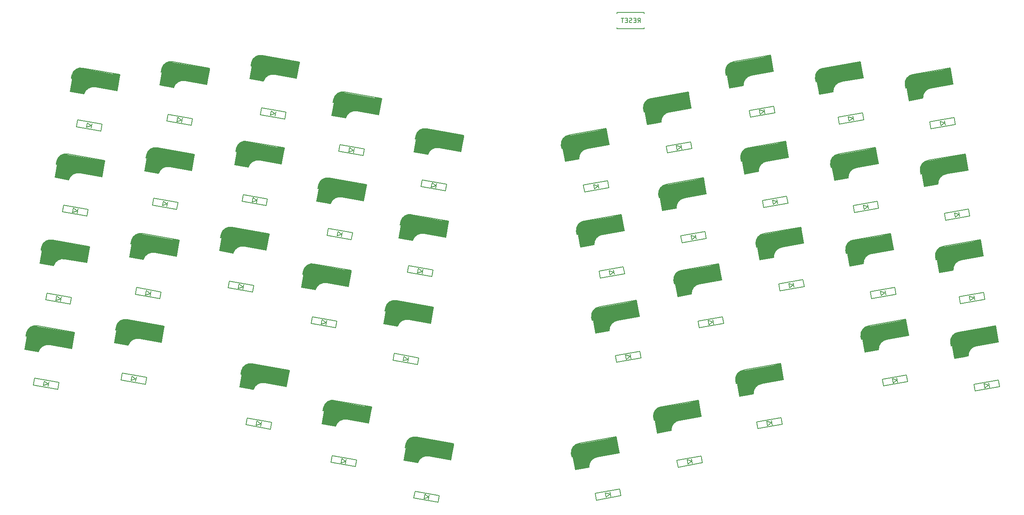
<source format=gbr>
%TF.GenerationSoftware,KiCad,Pcbnew,7.0.2-0*%
%TF.CreationDate,2023-08-23T20:42:08+09:00*%
%TF.ProjectId,rev1,72657631-2e6b-4696-9361-645f70636258,rev?*%
%TF.SameCoordinates,Original*%
%TF.FileFunction,Legend,Bot*%
%TF.FilePolarity,Positive*%
%FSLAX46Y46*%
G04 Gerber Fmt 4.6, Leading zero omitted, Abs format (unit mm)*
G04 Created by KiCad (PCBNEW 7.0.2-0) date 2023-08-23 20:42:08*
%MOMM*%
%LPD*%
G01*
G04 APERTURE LIST*
%ADD10C,0.150000*%
%ADD11C,0.300000*%
%ADD12C,0.500000*%
%ADD13C,0.800000*%
%ADD14C,3.000000*%
%ADD15C,3.500000*%
%ADD16C,1.000000*%
%ADD17C,0.400000*%
G04 APERTURE END LIST*
D10*
%TO.C,U1*%
%TO.C,SW41*%
X180979381Y-40862619D02*
X181312714Y-40386428D01*
X181550809Y-40862619D02*
X181550809Y-39862619D01*
X181550809Y-39862619D02*
X181169857Y-39862619D01*
X181169857Y-39862619D02*
X181074619Y-39910238D01*
X181074619Y-39910238D02*
X181027000Y-39957857D01*
X181027000Y-39957857D02*
X180979381Y-40053095D01*
X180979381Y-40053095D02*
X180979381Y-40195952D01*
X180979381Y-40195952D02*
X181027000Y-40291190D01*
X181027000Y-40291190D02*
X181074619Y-40338809D01*
X181074619Y-40338809D02*
X181169857Y-40386428D01*
X181169857Y-40386428D02*
X181550809Y-40386428D01*
X180550809Y-40338809D02*
X180217476Y-40338809D01*
X180074619Y-40862619D02*
X180550809Y-40862619D01*
X180550809Y-40862619D02*
X180550809Y-39862619D01*
X180550809Y-39862619D02*
X180074619Y-39862619D01*
X179693666Y-40815000D02*
X179550809Y-40862619D01*
X179550809Y-40862619D02*
X179312714Y-40862619D01*
X179312714Y-40862619D02*
X179217476Y-40815000D01*
X179217476Y-40815000D02*
X179169857Y-40767380D01*
X179169857Y-40767380D02*
X179122238Y-40672142D01*
X179122238Y-40672142D02*
X179122238Y-40576904D01*
X179122238Y-40576904D02*
X179169857Y-40481666D01*
X179169857Y-40481666D02*
X179217476Y-40434047D01*
X179217476Y-40434047D02*
X179312714Y-40386428D01*
X179312714Y-40386428D02*
X179503190Y-40338809D01*
X179503190Y-40338809D02*
X179598428Y-40291190D01*
X179598428Y-40291190D02*
X179646047Y-40243571D01*
X179646047Y-40243571D02*
X179693666Y-40148333D01*
X179693666Y-40148333D02*
X179693666Y-40053095D01*
X179693666Y-40053095D02*
X179646047Y-39957857D01*
X179646047Y-39957857D02*
X179598428Y-39910238D01*
X179598428Y-39910238D02*
X179503190Y-39862619D01*
X179503190Y-39862619D02*
X179265095Y-39862619D01*
X179265095Y-39862619D02*
X179122238Y-39910238D01*
X178693666Y-40338809D02*
X178360333Y-40338809D01*
X178217476Y-40862619D02*
X178693666Y-40862619D01*
X178693666Y-40862619D02*
X178693666Y-39862619D01*
X178693666Y-39862619D02*
X178217476Y-39862619D01*
X177931761Y-39862619D02*
X177360333Y-39862619D01*
X177646047Y-40862619D02*
X177646047Y-39862619D01*
%TO.C,SW35*%
X130359081Y-132848779D02*
X130228845Y-133587385D01*
X130228845Y-133587385D02*
X130425806Y-133622115D01*
D11*
X130344690Y-133506269D02*
X130457561Y-132866144D01*
D10*
X130752884Y-132055105D02*
X129980149Y-136437499D01*
X129980149Y-136437499D02*
X132964117Y-136963653D01*
D12*
X130211840Y-136275267D02*
X132624619Y-136700705D01*
D13*
X130411656Y-136005872D02*
X130724223Y-134233219D01*
D14*
X132132257Y-132755268D02*
X131743285Y-134961237D01*
D10*
X135480321Y-135478017D02*
X140207399Y-136311529D01*
D15*
X138747311Y-134226308D02*
X132149099Y-133062865D01*
D16*
X140235939Y-133270281D02*
X139801819Y-135732301D01*
D12*
X140053849Y-136030597D02*
X138782281Y-135755614D01*
D17*
X140650081Y-132937135D02*
X139419072Y-132720075D01*
D10*
X140361351Y-135323248D02*
X140752059Y-133107431D01*
X140832532Y-132766221D02*
X132757108Y-131342306D01*
X140207399Y-136311529D02*
X140832532Y-132766221D01*
X132757108Y-131342307D02*
G75*
G03*
X130359082Y-132848780I-445777J-1952249D01*
G01*
D16*
X135155858Y-135014636D02*
G75*
G03*
X132647008Y-136479765I-440830J-2125744D01*
G01*
D10*
X135480321Y-135478018D02*
G75*
G03*
X132971472Y-136943148I-440829J-2125744D01*
G01*
%TO.C,SW30*%
X245924988Y-91924928D02*
X246055224Y-92663534D01*
X246055224Y-92663534D02*
X246252186Y-92628804D01*
D11*
X246136340Y-92547688D02*
X246023469Y-91907563D01*
D10*
X246023589Y-91044429D02*
X246796323Y-95426824D01*
X246796323Y-95426824D02*
X249780291Y-94900670D01*
D12*
X246958555Y-95195132D02*
X249371334Y-94769694D01*
D13*
X247054182Y-94873643D02*
X246741615Y-93100990D01*
D14*
X247559246Y-91230593D02*
X247948218Y-93436563D01*
D10*
X251636632Y-92644036D02*
X256363710Y-91810525D01*
D15*
X254278489Y-90350438D02*
X247680277Y-91513880D01*
D16*
X255350361Y-88942926D02*
X255784482Y-91404945D01*
D12*
X256123336Y-91599052D02*
X254834403Y-91775555D01*
D17*
X255625585Y-88488226D02*
X254394575Y-88705286D01*
D10*
X256170365Y-90829190D02*
X255779657Y-88613373D01*
X255738576Y-88265217D02*
X247663152Y-89689132D01*
X256363710Y-91810525D02*
X255738576Y-88265217D01*
X247663152Y-89689132D02*
G75*
G03*
X245924988Y-91924929I248816J-1986980D01*
G01*
D16*
X251173250Y-92319572D02*
G75*
G03*
X249316806Y-94554422I312803J-2148319D01*
G01*
D10*
X251636632Y-92644036D02*
G75*
G03*
X249780188Y-94878886I312803J-2148319D01*
G01*
%TO.C,SW27*%
X188816288Y-97158728D02*
X188946524Y-97897334D01*
X188946524Y-97897334D02*
X189143486Y-97862604D01*
D11*
X189027640Y-97781488D02*
X188914769Y-97141363D01*
D10*
X188914889Y-96278229D02*
X189687623Y-100660624D01*
X189687623Y-100660624D02*
X192671591Y-100134470D01*
D12*
X189849855Y-100428932D02*
X192262634Y-100003494D01*
D13*
X189945482Y-100107443D02*
X189632915Y-98334790D01*
D14*
X190450546Y-96464393D02*
X190839518Y-98670363D01*
D10*
X194527932Y-97877836D02*
X199255010Y-97044325D01*
D15*
X197169789Y-95584238D02*
X190571577Y-96747680D01*
D16*
X198241661Y-94176726D02*
X198675782Y-96638745D01*
D12*
X199014636Y-96832852D02*
X197725703Y-97009355D01*
D17*
X198516885Y-93722026D02*
X197285875Y-93939086D01*
D10*
X199061665Y-96062990D02*
X198670957Y-93847173D01*
X198629876Y-93499017D02*
X190554452Y-94922932D01*
X199255010Y-97044325D02*
X198629876Y-93499017D01*
X190554452Y-94922932D02*
G75*
G03*
X188816288Y-97158729I248816J-1986980D01*
G01*
D16*
X194064550Y-97553372D02*
G75*
G03*
X192208106Y-99788222I312803J-2148319D01*
G01*
D10*
X194527932Y-97877836D02*
G75*
G03*
X192671488Y-100112686I312803J-2148319D01*
G01*
%TO.C,SW34*%
X112425481Y-124850579D02*
X112295245Y-125589185D01*
X112295245Y-125589185D02*
X112492206Y-125623915D01*
D11*
X112411090Y-125508069D02*
X112523961Y-124867944D01*
D10*
X112819284Y-124056905D02*
X112046549Y-128439299D01*
X112046549Y-128439299D02*
X115030517Y-128965453D01*
D12*
X112278240Y-128277067D02*
X114691019Y-128702505D01*
D13*
X112478056Y-128007672D02*
X112790623Y-126235019D01*
D14*
X114198657Y-124757068D02*
X113809685Y-126963037D01*
D10*
X117546721Y-127479817D02*
X122273799Y-128313329D01*
D15*
X120813711Y-126228108D02*
X114215499Y-125064665D01*
D16*
X122302339Y-125272081D02*
X121868219Y-127734101D01*
D12*
X122120249Y-128032397D02*
X120848681Y-127757414D01*
D17*
X122716481Y-124938935D02*
X121485472Y-124721875D01*
D10*
X122427751Y-127325048D02*
X122818459Y-125109231D01*
X122898932Y-124768021D02*
X114823508Y-123344106D01*
X122273799Y-128313329D02*
X122898932Y-124768021D01*
X114823508Y-123344107D02*
G75*
G03*
X112425482Y-124850580I-445777J-1952249D01*
G01*
D16*
X117222258Y-127016436D02*
G75*
G03*
X114713408Y-128481565I-440830J-2125744D01*
G01*
D10*
X117546721Y-127479818D02*
G75*
G03*
X115037872Y-128944948I-440829J-2125744D01*
G01*
%TO.C,SW19*%
X223029388Y-71782228D02*
X223159624Y-72520834D01*
X223159624Y-72520834D02*
X223356586Y-72486104D01*
D11*
X223240740Y-72404988D02*
X223127869Y-71764863D01*
D10*
X223127989Y-70901729D02*
X223900723Y-75284124D01*
X223900723Y-75284124D02*
X226884691Y-74757970D01*
D12*
X224062955Y-75052432D02*
X226475734Y-74626994D01*
D13*
X224158582Y-74730943D02*
X223846015Y-72958290D01*
D14*
X224663646Y-71087893D02*
X225052618Y-73293863D01*
D10*
X228741032Y-72501336D02*
X233468110Y-71667825D01*
D15*
X231382889Y-70207738D02*
X224784677Y-71371180D01*
D16*
X232454761Y-68800226D02*
X232888882Y-71262245D01*
D12*
X233227736Y-71456352D02*
X231938803Y-71632855D01*
D17*
X232729985Y-68345526D02*
X231498975Y-68562586D01*
D10*
X233274765Y-70686490D02*
X232884057Y-68470673D01*
X232842976Y-68122517D02*
X224767552Y-69546432D01*
X233468110Y-71667825D02*
X232842976Y-68122517D01*
X224767552Y-69546432D02*
G75*
G03*
X223029388Y-71782229I248816J-1986980D01*
G01*
D16*
X228277650Y-72176872D02*
G75*
G03*
X226421206Y-74411722I312803J-2148319D01*
G01*
D10*
X228741032Y-72501336D02*
G75*
G03*
X226884588Y-74736186I312803J-2148319D01*
G01*
%TO.C,SW36*%
X166464388Y-134951828D02*
X166594624Y-135690434D01*
X166594624Y-135690434D02*
X166791586Y-135655704D01*
D11*
X166675740Y-135574588D02*
X166562869Y-134934463D01*
D10*
X166562989Y-134071329D02*
X167335723Y-138453724D01*
X167335723Y-138453724D02*
X170319691Y-137927570D01*
D12*
X167497955Y-138222032D02*
X169910734Y-137796594D01*
D13*
X167593582Y-137900543D02*
X167281015Y-136127890D01*
D14*
X168098646Y-134257493D02*
X168487618Y-136463463D01*
D10*
X172176032Y-135670936D02*
X176903110Y-134837425D01*
D15*
X174817889Y-133377338D02*
X168219677Y-134540780D01*
D16*
X175889761Y-131969826D02*
X176323882Y-134431845D01*
D12*
X176662736Y-134625952D02*
X175373803Y-134802455D01*
D17*
X176164985Y-131515126D02*
X174933975Y-131732186D01*
D10*
X176709765Y-133856090D02*
X176319057Y-131640273D01*
X176277976Y-131292117D02*
X168202552Y-132716032D01*
X176903110Y-134837425D02*
X176277976Y-131292117D01*
X168202552Y-132716032D02*
G75*
G03*
X166464388Y-134951829I248816J-1986980D01*
G01*
D16*
X171712650Y-135346472D02*
G75*
G03*
X169856206Y-137581322I312803J-2148319D01*
G01*
D10*
X172176032Y-135670936D02*
G75*
G03*
X170319588Y-137905786I312803J-2148319D01*
G01*
%TO.C,SW7*%
X182200288Y-59637628D02*
X182330524Y-60376234D01*
X182330524Y-60376234D02*
X182527486Y-60341504D01*
D11*
X182411640Y-60260388D02*
X182298769Y-59620263D01*
D10*
X182298889Y-58757129D02*
X183071623Y-63139524D01*
X183071623Y-63139524D02*
X186055591Y-62613370D01*
D12*
X183233855Y-62907832D02*
X185646634Y-62482394D01*
D13*
X183329482Y-62586343D02*
X183016915Y-60813690D01*
D14*
X183834546Y-58943293D02*
X184223518Y-61149263D01*
D10*
X187911932Y-60356736D02*
X192639010Y-59523225D01*
D15*
X190553789Y-58063138D02*
X183955577Y-59226580D01*
D16*
X191625661Y-56655626D02*
X192059782Y-59117645D01*
D12*
X192398636Y-59311752D02*
X191109703Y-59488255D01*
D17*
X191900885Y-56200926D02*
X190669875Y-56417986D01*
D10*
X192445665Y-58541890D02*
X192054957Y-56326073D01*
X192013876Y-55977917D02*
X183938452Y-57401832D01*
X192639010Y-59523225D02*
X192013876Y-55977917D01*
X183938452Y-57401832D02*
G75*
G03*
X182200288Y-59637629I248816J-1986980D01*
G01*
D16*
X187448550Y-60032272D02*
G75*
G03*
X185592106Y-62267122I312803J-2148319D01*
G01*
D10*
X187911932Y-60356736D02*
G75*
G03*
X186055488Y-62591586I312803J-2148319D01*
G01*
%TO.C,SW8*%
X200133888Y-51639428D02*
X200264124Y-52378034D01*
X200264124Y-52378034D02*
X200461086Y-52343304D01*
D11*
X200345240Y-52262188D02*
X200232369Y-51622063D01*
D10*
X200232489Y-50758929D02*
X201005223Y-55141324D01*
X201005223Y-55141324D02*
X203989191Y-54615170D01*
D12*
X201167455Y-54909632D02*
X203580234Y-54484194D01*
D13*
X201263082Y-54588143D02*
X200950515Y-52815490D01*
D14*
X201768146Y-50945093D02*
X202157118Y-53151063D01*
D10*
X205845532Y-52358536D02*
X210572610Y-51525025D01*
D15*
X208487389Y-50064938D02*
X201889177Y-51228380D01*
D16*
X209559261Y-48657426D02*
X209993382Y-51119445D01*
D12*
X210332236Y-51313552D02*
X209043303Y-51490055D01*
D17*
X209834485Y-48202726D02*
X208603475Y-48419786D01*
D10*
X210379265Y-50543690D02*
X209988557Y-48327873D01*
X209947476Y-47979717D02*
X201872052Y-49403632D01*
X210572610Y-51525025D02*
X209947476Y-47979717D01*
X201872052Y-49403632D02*
G75*
G03*
X200133888Y-51639429I248816J-1986980D01*
G01*
D16*
X205382150Y-52034072D02*
G75*
G03*
X203525706Y-54268922I312803J-2148319D01*
G01*
D10*
X205845532Y-52358536D02*
G75*
G03*
X203989088Y-54593386I312803J-2148319D01*
G01*
%TO.C,SW29*%
X226337388Y-90542728D02*
X226467624Y-91281334D01*
X226467624Y-91281334D02*
X226664586Y-91246604D01*
D11*
X226548740Y-91165488D02*
X226435869Y-90525363D01*
D10*
X226435989Y-89662229D02*
X227208723Y-94044624D01*
X227208723Y-94044624D02*
X230192691Y-93518470D01*
D12*
X227370955Y-93812932D02*
X229783734Y-93387494D01*
D13*
X227466582Y-93491443D02*
X227154015Y-91718790D01*
D14*
X227971646Y-89848393D02*
X228360618Y-92054363D01*
D10*
X232049032Y-91261836D02*
X236776110Y-90428325D01*
D15*
X234690889Y-88968238D02*
X228092677Y-90131680D01*
D16*
X235762761Y-87560726D02*
X236196882Y-90022745D01*
D12*
X236535736Y-90216852D02*
X235246803Y-90393355D01*
D17*
X236037985Y-87106026D02*
X234806975Y-87323086D01*
D10*
X236582765Y-89446990D02*
X236192057Y-87231173D01*
X236150976Y-86883017D02*
X228075552Y-88306932D01*
X236776110Y-90428325D02*
X236150976Y-86883017D01*
X228075552Y-88306932D02*
G75*
G03*
X226337388Y-90542729I248816J-1986980D01*
G01*
D16*
X231585650Y-90937372D02*
G75*
G03*
X229729206Y-93172222I312803J-2148319D01*
G01*
D10*
X232049032Y-91261836D02*
G75*
G03*
X230192588Y-93496686I312803J-2148319D01*
G01*
%TO.C,SW18*%
X203441888Y-70400028D02*
X203572124Y-71138634D01*
X203572124Y-71138634D02*
X203769086Y-71103904D01*
D11*
X203653240Y-71022788D02*
X203540369Y-70382663D01*
D10*
X203540489Y-69519529D02*
X204313223Y-73901924D01*
X204313223Y-73901924D02*
X207297191Y-73375770D01*
D12*
X204475455Y-73670232D02*
X206888234Y-73244794D01*
D13*
X204571082Y-73348743D02*
X204258515Y-71576090D01*
D14*
X205076146Y-69705693D02*
X205465118Y-71911663D01*
D10*
X209153532Y-71119136D02*
X213880610Y-70285625D01*
D15*
X211795389Y-68825538D02*
X205197177Y-69988980D01*
D16*
X212867261Y-67418026D02*
X213301382Y-69880045D01*
D12*
X213640236Y-70074152D02*
X212351303Y-70250655D01*
D17*
X213142485Y-66963326D02*
X211911475Y-67180386D01*
D10*
X213687265Y-69304290D02*
X213296557Y-67088473D01*
X213255476Y-66740317D02*
X205180052Y-68164232D01*
X213880610Y-70285625D02*
X213255476Y-66740317D01*
X205180052Y-68164232D02*
G75*
G03*
X203441888Y-70400029I248816J-1986980D01*
G01*
D16*
X208690150Y-70794672D02*
G75*
G03*
X206833706Y-73029522I312803J-2148319D01*
G01*
D10*
X209153532Y-71119136D02*
G75*
G03*
X207297088Y-73353986I312803J-2148319D01*
G01*
%TO.C,SW14*%
X111315181Y-76295079D02*
X111184945Y-77033685D01*
X111184945Y-77033685D02*
X111381906Y-77068415D01*
D11*
X111300790Y-76952569D02*
X111413661Y-76312444D01*
D10*
X111708984Y-75501405D02*
X110936249Y-79883799D01*
X110936249Y-79883799D02*
X113920217Y-80409953D01*
D12*
X111167940Y-79721567D02*
X113580719Y-80147005D01*
D13*
X111367756Y-79452172D02*
X111680323Y-77679519D01*
D14*
X113088357Y-76201568D02*
X112699385Y-78407537D01*
D10*
X116436421Y-78924317D02*
X121163499Y-79757829D01*
D15*
X119703411Y-77672608D02*
X113105199Y-76509165D01*
D16*
X121192039Y-76716581D02*
X120757919Y-79178601D01*
D12*
X121009949Y-79476897D02*
X119738381Y-79201914D01*
D17*
X121606181Y-76383435D02*
X120375172Y-76166375D01*
D10*
X121317451Y-78769548D02*
X121708159Y-76553731D01*
X121788632Y-76212521D02*
X113713208Y-74788606D01*
X121163499Y-79757829D02*
X121788632Y-76212521D01*
X113713208Y-74788607D02*
G75*
G03*
X111315182Y-76295080I-445777J-1952249D01*
G01*
D16*
X116111958Y-78460936D02*
G75*
G03*
X113603108Y-79926065I-440830J-2125744D01*
G01*
D10*
X116436421Y-78924318D02*
G75*
G03*
X113927572Y-80389448I-440829J-2125744D01*
G01*
%TO.C,SW3*%
X96689581Y-49536379D02*
X96559345Y-50274985D01*
X96559345Y-50274985D02*
X96756306Y-50309715D01*
D11*
X96675190Y-50193869D02*
X96788061Y-49553744D01*
D10*
X97083384Y-48742705D02*
X96310649Y-53125099D01*
X96310649Y-53125099D02*
X99294617Y-53651253D01*
D12*
X96542340Y-52962867D02*
X98955119Y-53388305D01*
D13*
X96742156Y-52693472D02*
X97054723Y-50920819D01*
D14*
X98462757Y-49442868D02*
X98073785Y-51648837D01*
D10*
X101810821Y-52165617D02*
X106537899Y-52999129D01*
D15*
X105077811Y-50913908D02*
X98479599Y-49750465D01*
D16*
X106566439Y-49957881D02*
X106132319Y-52419901D01*
D12*
X106384349Y-52718197D02*
X105112781Y-52443214D01*
D17*
X106980581Y-49624735D02*
X105749572Y-49407675D01*
D10*
X106691851Y-52010848D02*
X107082559Y-49795031D01*
X107163032Y-49453821D02*
X99087608Y-48029906D01*
X106537899Y-52999129D02*
X107163032Y-49453821D01*
X99087608Y-48029907D02*
G75*
G03*
X96689582Y-49536380I-445777J-1952249D01*
G01*
D16*
X101486358Y-51702236D02*
G75*
G03*
X98977508Y-53167365I-440830J-2125744D01*
G01*
D10*
X101810821Y-52165618D02*
G75*
G03*
X99301972Y-53630748I-440829J-2125744D01*
G01*
%TO.C,SW20*%
X242616988Y-73164328D02*
X242747224Y-73902934D01*
X242747224Y-73902934D02*
X242944186Y-73868204D01*
D11*
X242828340Y-73787088D02*
X242715469Y-73146963D01*
D10*
X242715589Y-72283829D02*
X243488323Y-76666224D01*
X243488323Y-76666224D02*
X246472291Y-76140070D01*
D12*
X243650555Y-76434532D02*
X246063334Y-76009094D01*
D13*
X243746182Y-76113043D02*
X243433615Y-74340390D01*
D14*
X244251246Y-72469993D02*
X244640218Y-74675963D01*
D10*
X248328632Y-73883436D02*
X253055710Y-73049925D01*
D15*
X250970489Y-71589838D02*
X244372277Y-72753280D01*
D16*
X252042361Y-70182326D02*
X252476482Y-72644345D01*
D12*
X252815336Y-72838452D02*
X251526403Y-73014955D01*
D17*
X252317585Y-69727626D02*
X251086575Y-69944686D01*
D10*
X252862365Y-72068590D02*
X252471657Y-69852773D01*
X252430576Y-69504617D02*
X244355152Y-70928532D01*
X253055710Y-73049925D02*
X252430576Y-69504617D01*
X244355152Y-70928532D02*
G75*
G03*
X242616988Y-73164329I248816J-1986980D01*
G01*
D16*
X247865250Y-73558972D02*
G75*
G03*
X246008806Y-75793822I312803J-2148319D01*
G01*
D10*
X248328632Y-73883436D02*
G75*
G03*
X246472188Y-76118286I312803J-2148319D01*
G01*
%TO.C,SW39*%
X229645388Y-109303328D02*
X229775624Y-110041934D01*
X229775624Y-110041934D02*
X229972586Y-110007204D01*
D11*
X229856740Y-109926088D02*
X229743869Y-109285963D01*
D10*
X229743989Y-108422829D02*
X230516723Y-112805224D01*
X230516723Y-112805224D02*
X233500691Y-112279070D01*
D12*
X230678955Y-112573532D02*
X233091734Y-112148094D01*
D13*
X230774582Y-112252043D02*
X230462015Y-110479390D01*
D14*
X231279646Y-108608993D02*
X231668618Y-110814963D01*
D10*
X235357032Y-110022436D02*
X240084110Y-109188925D01*
D15*
X237998889Y-107728838D02*
X231400677Y-108892280D01*
D16*
X239070761Y-106321326D02*
X239504882Y-108783345D01*
D12*
X239843736Y-108977452D02*
X238554803Y-109153955D01*
D17*
X239345985Y-105866626D02*
X238114975Y-106083686D01*
D10*
X239890765Y-108207590D02*
X239500057Y-105991773D01*
X239458976Y-105643617D02*
X231383552Y-107067532D01*
X240084110Y-109188925D02*
X239458976Y-105643617D01*
X231383552Y-107067532D02*
G75*
G03*
X229645388Y-109303329I248816J-1986980D01*
G01*
D16*
X234893650Y-109697972D02*
G75*
G03*
X233037206Y-111932822I312803J-2148319D01*
G01*
D10*
X235357032Y-110022436D02*
G75*
G03*
X233500588Y-112257286I312803J-2148319D01*
G01*
%TO.C,SW32*%
X67177981Y-107200279D02*
X67047745Y-107938885D01*
X67047745Y-107938885D02*
X67244706Y-107973615D01*
D11*
X67163590Y-107857769D02*
X67276461Y-107217644D01*
D10*
X67571784Y-106406605D02*
X66799049Y-110788999D01*
X66799049Y-110788999D02*
X69783017Y-111315153D01*
D12*
X67030740Y-110626767D02*
X69443519Y-111052205D01*
D13*
X67230556Y-110357372D02*
X67543123Y-108584719D01*
D14*
X68951157Y-107106768D02*
X68562185Y-109312737D01*
D10*
X72299221Y-109829517D02*
X77026299Y-110663029D01*
D15*
X75566211Y-108577808D02*
X68967999Y-107414365D01*
D16*
X77054839Y-107621781D02*
X76620719Y-110083801D01*
D12*
X76872749Y-110382097D02*
X75601181Y-110107114D01*
D17*
X77468981Y-107288635D02*
X76237972Y-107071575D01*
D10*
X77180251Y-109674748D02*
X77570959Y-107458931D01*
X77651432Y-107117721D02*
X69576008Y-105693806D01*
X77026299Y-110663029D02*
X77651432Y-107117721D01*
X69576008Y-105693807D02*
G75*
G03*
X67177982Y-107200280I-445777J-1952249D01*
G01*
D16*
X71974758Y-109366136D02*
G75*
G03*
X69465908Y-110831265I-440830J-2125744D01*
G01*
D10*
X72299221Y-109829518D02*
G75*
G03*
X69790372Y-111294648I-440829J-2125744D01*
G01*
%TO.C,SW40*%
X249232988Y-110685528D02*
X249363224Y-111424134D01*
X249363224Y-111424134D02*
X249560186Y-111389404D01*
D11*
X249444340Y-111308288D02*
X249331469Y-110668163D01*
D10*
X249331589Y-109805029D02*
X250104323Y-114187424D01*
X250104323Y-114187424D02*
X253088291Y-113661270D01*
D12*
X250266555Y-113955732D02*
X252679334Y-113530294D01*
D13*
X250362182Y-113634243D02*
X250049615Y-111861590D01*
D14*
X250867246Y-109991193D02*
X251256218Y-112197163D01*
D10*
X254944632Y-111404636D02*
X259671710Y-110571125D01*
D15*
X257586489Y-109111038D02*
X250988277Y-110274480D01*
D16*
X258658361Y-107703526D02*
X259092482Y-110165545D01*
D12*
X259431336Y-110359652D02*
X258142403Y-110536155D01*
D17*
X258933585Y-107248826D02*
X257702575Y-107465886D01*
D10*
X259478365Y-109589790D02*
X259087657Y-107373973D01*
X259046576Y-107025817D02*
X250971152Y-108449732D01*
X259671710Y-110571125D02*
X259046576Y-107025817D01*
X250971152Y-108449732D02*
G75*
G03*
X249232988Y-110685529I248816J-1986980D01*
G01*
D16*
X254481250Y-111080172D02*
G75*
G03*
X252624806Y-113315022I312803J-2148319D01*
G01*
D10*
X254944632Y-111404636D02*
G75*
G03*
X253088188Y-113639486I312803J-2148319D01*
G01*
%TO.C,SW25*%
X125940781Y-103053879D02*
X125810545Y-103792485D01*
X125810545Y-103792485D02*
X126007506Y-103827215D01*
D11*
X125926390Y-103711369D02*
X126039261Y-103071244D01*
D10*
X126334584Y-102260205D02*
X125561849Y-106642599D01*
X125561849Y-106642599D02*
X128545817Y-107168753D01*
D12*
X125793540Y-106480367D02*
X128206319Y-106905805D01*
D13*
X125993356Y-106210972D02*
X126305923Y-104438319D01*
D14*
X127713957Y-102960368D02*
X127324985Y-105166337D01*
D10*
X131062021Y-105683117D02*
X135789099Y-106516629D01*
D15*
X134329011Y-104431408D02*
X127730799Y-103267965D01*
D16*
X135817639Y-103475381D02*
X135383519Y-105937401D01*
D12*
X135635549Y-106235697D02*
X134363981Y-105960714D01*
D17*
X136231781Y-103142235D02*
X135000772Y-102925175D01*
D10*
X135943051Y-105528348D02*
X136333759Y-103312531D01*
X136414232Y-102971321D02*
X128338808Y-101547406D01*
X135789099Y-106516629D02*
X136414232Y-102971321D01*
X128338808Y-101547407D02*
G75*
G03*
X125940782Y-103053880I-445777J-1952249D01*
G01*
D16*
X130737558Y-105219736D02*
G75*
G03*
X128228708Y-106684865I-440830J-2125744D01*
G01*
D10*
X131062021Y-105683118D02*
G75*
G03*
X128553172Y-107148248I-440829J-2125744D01*
G01*
%TO.C,SW9*%
X219721388Y-53021628D02*
X219851624Y-53760234D01*
X219851624Y-53760234D02*
X220048586Y-53725504D01*
D11*
X219932740Y-53644388D02*
X219819869Y-53004263D01*
D10*
X219819989Y-52141129D02*
X220592723Y-56523524D01*
X220592723Y-56523524D02*
X223576691Y-55997370D01*
D12*
X220754955Y-56291832D02*
X223167734Y-55866394D01*
D13*
X220850582Y-55970343D02*
X220538015Y-54197690D01*
D14*
X221355646Y-52327293D02*
X221744618Y-54533263D01*
D10*
X225433032Y-53740736D02*
X230160110Y-52907225D01*
D15*
X228074889Y-51447138D02*
X221476677Y-52610580D01*
D16*
X229146761Y-50039626D02*
X229580882Y-52501645D01*
D12*
X229919736Y-52695752D02*
X228630803Y-52872255D01*
D17*
X229421985Y-49584926D02*
X228190975Y-49801986D01*
D10*
X229966765Y-51925890D02*
X229576057Y-49710073D01*
X229534976Y-49361917D02*
X221459552Y-50785832D01*
X230160110Y-52907225D02*
X229534976Y-49361917D01*
X221459552Y-50785832D02*
G75*
G03*
X219721388Y-53021629I248816J-1986980D01*
G01*
D16*
X224969650Y-53416272D02*
G75*
G03*
X223113206Y-55651122I312803J-2148319D01*
G01*
D10*
X225433032Y-53740736D02*
G75*
G03*
X223576588Y-55975586I312803J-2148319D01*
G01*
%TO.C,SW37*%
X184397988Y-126953628D02*
X184528224Y-127692234D01*
X184528224Y-127692234D02*
X184725186Y-127657504D01*
D11*
X184609340Y-127576388D02*
X184496469Y-126936263D01*
D10*
X184496589Y-126073129D02*
X185269323Y-130455524D01*
X185269323Y-130455524D02*
X188253291Y-129929370D01*
D12*
X185431555Y-130223832D02*
X187844334Y-129798394D01*
D13*
X185527182Y-129902343D02*
X185214615Y-128129690D01*
D14*
X186032246Y-126259293D02*
X186421218Y-128465263D01*
D10*
X190109632Y-127672736D02*
X194836710Y-126839225D01*
D15*
X192751489Y-125379138D02*
X186153277Y-126542580D01*
D16*
X193823361Y-123971626D02*
X194257482Y-126433645D01*
D12*
X194596336Y-126627752D02*
X193307403Y-126804255D01*
D17*
X194098585Y-123516926D02*
X192867575Y-123733986D01*
D10*
X194643365Y-125857890D02*
X194252657Y-123642073D01*
X194211576Y-123293917D02*
X186136152Y-124717832D01*
X194836710Y-126839225D02*
X194211576Y-123293917D01*
X186136152Y-124717832D02*
G75*
G03*
X184397988Y-126953629I248816J-1986980D01*
G01*
D16*
X189646250Y-127348272D02*
G75*
G03*
X187789806Y-129583122I312803J-2148319D01*
G01*
D10*
X190109632Y-127672736D02*
G75*
G03*
X188253188Y-129907586I312803J-2148319D01*
G01*
%TO.C,SW1*%
X57514381Y-52300679D02*
X57384145Y-53039285D01*
X57384145Y-53039285D02*
X57581106Y-53074015D01*
D11*
X57499990Y-52958169D02*
X57612861Y-52318044D01*
D10*
X57908184Y-51507005D02*
X57135449Y-55889399D01*
X57135449Y-55889399D02*
X60119417Y-56415553D01*
D12*
X57367140Y-55727167D02*
X59779919Y-56152605D01*
D13*
X57566956Y-55457772D02*
X57879523Y-53685119D01*
D14*
X59287557Y-52207168D02*
X58898585Y-54413137D01*
D10*
X62635621Y-54929917D02*
X67362699Y-55763429D01*
D15*
X65902611Y-53678208D02*
X59304399Y-52514765D01*
D16*
X67391239Y-52722181D02*
X66957119Y-55184201D01*
D12*
X67209149Y-55482497D02*
X65937581Y-55207514D01*
D17*
X67805381Y-52389035D02*
X66574372Y-52171975D01*
D10*
X67516651Y-54775148D02*
X67907359Y-52559331D01*
X67987832Y-52218121D02*
X59912408Y-50794206D01*
X67362699Y-55763429D02*
X67987832Y-52218121D01*
X59912408Y-50794207D02*
G75*
G03*
X57514382Y-52300680I-445777J-1952249D01*
G01*
D16*
X62311158Y-54466536D02*
G75*
G03*
X59802308Y-55931665I-440830J-2125744D01*
G01*
D10*
X62635621Y-54929918D02*
G75*
G03*
X60126772Y-56395048I-440829J-2125744D01*
G01*
%TO.C,SW2*%
X77101981Y-50918579D02*
X76971745Y-51657185D01*
X76971745Y-51657185D02*
X77168706Y-51691915D01*
D11*
X77087590Y-51576069D02*
X77200461Y-50935944D01*
D10*
X77495784Y-50124905D02*
X76723049Y-54507299D01*
X76723049Y-54507299D02*
X79707017Y-55033453D01*
D12*
X76954740Y-54345067D02*
X79367519Y-54770505D01*
D13*
X77154556Y-54075672D02*
X77467123Y-52303019D01*
D14*
X78875157Y-50825068D02*
X78486185Y-53031037D01*
D10*
X82223221Y-53547817D02*
X86950299Y-54381329D01*
D15*
X85490211Y-52296108D02*
X78891999Y-51132665D01*
D16*
X86978839Y-51340081D02*
X86544719Y-53802101D01*
D12*
X86796749Y-54100397D02*
X85525181Y-53825414D01*
D17*
X87392981Y-51006935D02*
X86161972Y-50789875D01*
D10*
X87104251Y-53393048D02*
X87494959Y-51177231D01*
X87575432Y-50836021D02*
X79500008Y-49412106D01*
X86950299Y-54381329D02*
X87575432Y-50836021D01*
X79500008Y-49412107D02*
G75*
G03*
X77101982Y-50918580I-445777J-1952249D01*
G01*
D16*
X81898758Y-53084436D02*
G75*
G03*
X79389908Y-54549565I-440830J-2125744D01*
G01*
D10*
X82223221Y-53547818D02*
G75*
G03*
X79714372Y-55012948I-440829J-2125744D01*
G01*
%TO.C,SW11*%
X54206381Y-71061279D02*
X54076145Y-71799885D01*
X54076145Y-71799885D02*
X54273106Y-71834615D01*
D11*
X54191990Y-71718769D02*
X54304861Y-71078644D01*
D10*
X54600184Y-70267605D02*
X53827449Y-74649999D01*
X53827449Y-74649999D02*
X56811417Y-75176153D01*
D12*
X54059140Y-74487767D02*
X56471919Y-74913205D01*
D13*
X54258956Y-74218372D02*
X54571523Y-72445719D01*
D14*
X55979557Y-70967768D02*
X55590585Y-73173737D01*
D10*
X59327621Y-73690517D02*
X64054699Y-74524029D01*
D15*
X62594611Y-72438808D02*
X55996399Y-71275365D01*
D16*
X64083239Y-71482781D02*
X63649119Y-73944801D01*
D12*
X63901149Y-74243097D02*
X62629581Y-73968114D01*
D17*
X64497381Y-71149635D02*
X63266372Y-70932575D01*
D10*
X64208651Y-73535748D02*
X64599359Y-71319931D01*
X64679832Y-70978721D02*
X56604408Y-69554806D01*
X64054699Y-74524029D02*
X64679832Y-70978721D01*
X56604408Y-69554807D02*
G75*
G03*
X54206382Y-71061280I-445777J-1952249D01*
G01*
D16*
X59003158Y-73227136D02*
G75*
G03*
X56494308Y-74692265I-440830J-2125744D01*
G01*
D10*
X59327621Y-73690518D02*
G75*
G03*
X56818772Y-75155648I-440829J-2125744D01*
G01*
%TO.C,SW28*%
X206749888Y-89160628D02*
X206880124Y-89899234D01*
X206880124Y-89899234D02*
X207077086Y-89864504D01*
D11*
X206961240Y-89783388D02*
X206848369Y-89143263D01*
D10*
X206848489Y-88280129D02*
X207621223Y-92662524D01*
X207621223Y-92662524D02*
X210605191Y-92136370D01*
D12*
X207783455Y-92430832D02*
X210196234Y-92005394D01*
D13*
X207879082Y-92109343D02*
X207566515Y-90336690D01*
D14*
X208384146Y-88466293D02*
X208773118Y-90672263D01*
D10*
X212461532Y-89879736D02*
X217188610Y-89046225D01*
D15*
X215103389Y-87586138D02*
X208505177Y-88749580D01*
D16*
X216175261Y-86178626D02*
X216609382Y-88640645D01*
D12*
X216948236Y-88834752D02*
X215659303Y-89011255D01*
D17*
X216450485Y-85723926D02*
X215219475Y-85940986D01*
D10*
X216995265Y-88064890D02*
X216604557Y-85849073D01*
X216563476Y-85500917D02*
X208488052Y-86924832D01*
X217188610Y-89046225D02*
X216563476Y-85500917D01*
X208488052Y-86924832D02*
G75*
G03*
X206749888Y-89160629I248816J-1986980D01*
G01*
D16*
X211998150Y-89555272D02*
G75*
G03*
X210141706Y-91790122I312803J-2148319D01*
G01*
D10*
X212461532Y-89879736D02*
G75*
G03*
X210605088Y-92114586I312803J-2148319D01*
G01*
%TO.C,SW22*%
X70485981Y-88439679D02*
X70355745Y-89178285D01*
X70355745Y-89178285D02*
X70552706Y-89213015D01*
D11*
X70471590Y-89097169D02*
X70584461Y-88457044D01*
D10*
X70879784Y-87646005D02*
X70107049Y-92028399D01*
X70107049Y-92028399D02*
X73091017Y-92554553D01*
D12*
X70338740Y-91866167D02*
X72751519Y-92291605D01*
D13*
X70538556Y-91596772D02*
X70851123Y-89824119D01*
D14*
X72259157Y-88346168D02*
X71870185Y-90552137D01*
D10*
X75607221Y-91068917D02*
X80334299Y-91902429D01*
D15*
X78874211Y-89817208D02*
X72275999Y-88653765D01*
D16*
X80362839Y-88861181D02*
X79928719Y-91323201D01*
D12*
X80180749Y-91621497D02*
X78909181Y-91346514D01*
D17*
X80776981Y-88528035D02*
X79545972Y-88310975D01*
D10*
X80488251Y-90914148D02*
X80878959Y-88698331D01*
X80959432Y-88357121D02*
X72884008Y-86933206D01*
X80334299Y-91902429D02*
X80959432Y-88357121D01*
X72884008Y-86933207D02*
G75*
G03*
X70485982Y-88439680I-445777J-1952249D01*
G01*
D16*
X75282758Y-90605536D02*
G75*
G03*
X72773908Y-92070665I-440830J-2125744D01*
G01*
D10*
X75607221Y-91068918D02*
G75*
G03*
X73098372Y-92534048I-440829J-2125744D01*
G01*
%TO.C,SW12*%
X73793981Y-69679179D02*
X73663745Y-70417785D01*
X73663745Y-70417785D02*
X73860706Y-70452515D01*
D11*
X73779590Y-70336669D02*
X73892461Y-69696544D01*
D10*
X74187784Y-68885505D02*
X73415049Y-73267899D01*
X73415049Y-73267899D02*
X76399017Y-73794053D01*
D12*
X73646740Y-73105667D02*
X76059519Y-73531105D01*
D13*
X73846556Y-72836272D02*
X74159123Y-71063619D01*
D14*
X75567157Y-69585668D02*
X75178185Y-71791637D01*
D10*
X78915221Y-72308417D02*
X83642299Y-73141929D01*
D15*
X82182211Y-71056708D02*
X75583999Y-69893265D01*
D16*
X83670839Y-70100681D02*
X83236719Y-72562701D01*
D12*
X83488749Y-72860997D02*
X82217181Y-72586014D01*
D17*
X84084981Y-69767535D02*
X82853972Y-69550475D01*
D10*
X83796251Y-72153648D02*
X84186959Y-69937831D01*
X84267432Y-69596621D02*
X76192008Y-68172706D01*
X83642299Y-73141929D02*
X84267432Y-69596621D01*
X76192008Y-68172707D02*
G75*
G03*
X73793982Y-69679180I-445777J-1952249D01*
G01*
D16*
X78590758Y-71845036D02*
G75*
G03*
X76081908Y-73310165I-440830J-2125744D01*
G01*
D10*
X78915221Y-72308418D02*
G75*
G03*
X76406372Y-73773548I-440829J-2125744D01*
G01*
%TO.C,SW15*%
X129248781Y-84293279D02*
X129118545Y-85031885D01*
X129118545Y-85031885D02*
X129315506Y-85066615D01*
D11*
X129234390Y-84950769D02*
X129347261Y-84310644D01*
D10*
X129642584Y-83499605D02*
X128869849Y-87881999D01*
X128869849Y-87881999D02*
X131853817Y-88408153D01*
D12*
X129101540Y-87719767D02*
X131514319Y-88145205D01*
D13*
X129301356Y-87450372D02*
X129613923Y-85677719D01*
D14*
X131021957Y-84199768D02*
X130632985Y-86405737D01*
D10*
X134370021Y-86922517D02*
X139097099Y-87756029D01*
D15*
X137637011Y-85670808D02*
X131038799Y-84507365D01*
D16*
X139125639Y-84714781D02*
X138691519Y-87176801D01*
D12*
X138943549Y-87475097D02*
X137671981Y-87200114D01*
D17*
X139539781Y-84381635D02*
X138308772Y-84164575D01*
D10*
X139251051Y-86767748D02*
X139641759Y-84551931D01*
X139722232Y-84210721D02*
X131646808Y-82786806D01*
X139097099Y-87756029D02*
X139722232Y-84210721D01*
X131646808Y-82786807D02*
G75*
G03*
X129248782Y-84293280I-445777J-1952249D01*
G01*
D16*
X134045558Y-86459136D02*
G75*
G03*
X131536708Y-87924265I-440830J-2125744D01*
G01*
D10*
X134370021Y-86922518D02*
G75*
G03*
X131861172Y-88387648I-440829J-2125744D01*
G01*
%TO.C,SW41*%
X176400000Y-38650000D02*
X182400000Y-38650000D01*
X176400000Y-38900000D02*
X176400000Y-38650000D01*
X176400000Y-42150000D02*
X176400000Y-41900000D01*
X182400000Y-38650000D02*
X182400000Y-38900000D01*
X182400000Y-41900000D02*
X182400000Y-42150000D01*
X182400000Y-42150000D02*
X176400000Y-42150000D01*
%TO.C,SW10*%
X239308988Y-54403728D02*
X239439224Y-55142334D01*
X239439224Y-55142334D02*
X239636186Y-55107604D01*
D11*
X239520340Y-55026488D02*
X239407469Y-54386363D01*
D10*
X239407589Y-53523229D02*
X240180323Y-57905624D01*
X240180323Y-57905624D02*
X243164291Y-57379470D01*
D12*
X240342555Y-57673932D02*
X242755334Y-57248494D01*
D13*
X240438182Y-57352443D02*
X240125615Y-55579790D01*
D14*
X240943246Y-53709393D02*
X241332218Y-55915363D01*
D10*
X245020632Y-55122836D02*
X249747710Y-54289325D01*
D15*
X247662489Y-52829238D02*
X241064277Y-53992680D01*
D16*
X248734361Y-51421726D02*
X249168482Y-53883745D01*
D12*
X249507336Y-54077852D02*
X248218403Y-54254355D01*
D17*
X249009585Y-50967026D02*
X247778575Y-51184086D01*
D10*
X249554365Y-53307990D02*
X249163657Y-51092173D01*
X249122576Y-50744017D02*
X241047152Y-52167932D01*
X249747710Y-54289325D02*
X249122576Y-50744017D01*
X241047152Y-52167932D02*
G75*
G03*
X239308988Y-54403729I248816J-1986980D01*
G01*
D16*
X244557250Y-54798372D02*
G75*
G03*
X242700806Y-57033222I312803J-2148319D01*
G01*
D10*
X245020632Y-55122836D02*
G75*
G03*
X243164188Y-57357686I312803J-2148319D01*
G01*
%TO.C,SW5*%
X132556781Y-65532679D02*
X132426545Y-66271285D01*
X132426545Y-66271285D02*
X132623506Y-66306015D01*
D11*
X132542390Y-66190169D02*
X132655261Y-65550044D01*
D10*
X132950584Y-64739005D02*
X132177849Y-69121399D01*
X132177849Y-69121399D02*
X135161817Y-69647553D01*
D12*
X132409540Y-68959167D02*
X134822319Y-69384605D01*
D13*
X132609356Y-68689772D02*
X132921923Y-66917119D01*
D14*
X134329957Y-65439168D02*
X133940985Y-67645137D01*
D10*
X137678021Y-68161917D02*
X142405099Y-68995429D01*
D15*
X140945011Y-66910208D02*
X134346799Y-65746765D01*
D16*
X142433639Y-65954181D02*
X141999519Y-68416201D01*
D12*
X142251549Y-68714497D02*
X140979981Y-68439514D01*
D17*
X142847781Y-65621035D02*
X141616772Y-65403975D01*
D10*
X142559051Y-68007148D02*
X142949759Y-65791331D01*
X143030232Y-65450121D02*
X134954808Y-64026206D01*
X142405099Y-68995429D02*
X143030232Y-65450121D01*
X134954808Y-64026207D02*
G75*
G03*
X132556782Y-65532680I-445777J-1952249D01*
G01*
D16*
X137353558Y-67698536D02*
G75*
G03*
X134844708Y-69163665I-440830J-2125744D01*
G01*
D10*
X137678021Y-68161918D02*
G75*
G03*
X135169172Y-69627048I-440829J-2125744D01*
G01*
%TO.C,SW24*%
X108007181Y-95055679D02*
X107876945Y-95794285D01*
X107876945Y-95794285D02*
X108073906Y-95829015D01*
D11*
X107992790Y-95713169D02*
X108105661Y-95073044D01*
D10*
X108400984Y-94262005D02*
X107628249Y-98644399D01*
X107628249Y-98644399D02*
X110612217Y-99170553D01*
D12*
X107859940Y-98482167D02*
X110272719Y-98907605D01*
D13*
X108059756Y-98212772D02*
X108372323Y-96440119D01*
D14*
X109780357Y-94962168D02*
X109391385Y-97168137D01*
D10*
X113128421Y-97684917D02*
X117855499Y-98518429D01*
D15*
X116395411Y-96433208D02*
X109797199Y-95269765D01*
D16*
X117884039Y-95477181D02*
X117449919Y-97939201D01*
D12*
X117701949Y-98237497D02*
X116430381Y-97962514D01*
D17*
X118298181Y-95144035D02*
X117067172Y-94926975D01*
D10*
X118009451Y-97530148D02*
X118400159Y-95314331D01*
X118480632Y-94973121D02*
X110405208Y-93549206D01*
X117855499Y-98518429D02*
X118480632Y-94973121D01*
X110405208Y-93549207D02*
G75*
G03*
X108007182Y-95055680I-445777J-1952249D01*
G01*
D16*
X112803958Y-97221536D02*
G75*
G03*
X110295108Y-98686665I-440830J-2125744D01*
G01*
D10*
X113128421Y-97684918D02*
G75*
G03*
X110619572Y-99150048I-440829J-2125744D01*
G01*
%TO.C,SW23*%
X90073581Y-87057579D02*
X89943345Y-87796185D01*
X89943345Y-87796185D02*
X90140306Y-87830915D01*
D11*
X90059190Y-87715069D02*
X90172061Y-87074944D01*
D10*
X90467384Y-86263905D02*
X89694649Y-90646299D01*
X89694649Y-90646299D02*
X92678617Y-91172453D01*
D12*
X89926340Y-90484067D02*
X92339119Y-90909505D01*
D13*
X90126156Y-90214672D02*
X90438723Y-88442019D01*
D14*
X91846757Y-86964068D02*
X91457785Y-89170037D01*
D10*
X95194821Y-89686817D02*
X99921899Y-90520329D01*
D15*
X98461811Y-88435108D02*
X91863599Y-87271665D01*
D16*
X99950439Y-87479081D02*
X99516319Y-89941101D01*
D12*
X99768349Y-90239397D02*
X98496781Y-89964414D01*
D17*
X100364581Y-87145935D02*
X99133572Y-86928875D01*
D10*
X100075851Y-89532048D02*
X100466559Y-87316231D01*
X100547032Y-86975021D02*
X92471608Y-85551106D01*
X99921899Y-90520329D02*
X100547032Y-86975021D01*
X92471608Y-85551107D02*
G75*
G03*
X90073582Y-87057580I-445777J-1952249D01*
G01*
D16*
X94870358Y-89223436D02*
G75*
G03*
X92361508Y-90688565I-440830J-2125744D01*
G01*
D10*
X95194821Y-89686818D02*
G75*
G03*
X92685972Y-91151948I-440829J-2125744D01*
G01*
%TO.C,SW4*%
X114623181Y-57534579D02*
X114492945Y-58273185D01*
X114492945Y-58273185D02*
X114689906Y-58307915D01*
D11*
X114608790Y-58192069D02*
X114721661Y-57551944D01*
D10*
X115016984Y-56740905D02*
X114244249Y-61123299D01*
X114244249Y-61123299D02*
X117228217Y-61649453D01*
D12*
X114475940Y-60961067D02*
X116888719Y-61386505D01*
D13*
X114675756Y-60691672D02*
X114988323Y-58919019D01*
D14*
X116396357Y-57441068D02*
X116007385Y-59647037D01*
D10*
X119744421Y-60163817D02*
X124471499Y-60997329D01*
D15*
X123011411Y-58912108D02*
X116413199Y-57748665D01*
D16*
X124500039Y-57956081D02*
X124065919Y-60418101D01*
D12*
X124317949Y-60716397D02*
X123046381Y-60441414D01*
D17*
X124914181Y-57622935D02*
X123683172Y-57405875D01*
D10*
X124625451Y-60009048D02*
X125016159Y-57793231D01*
X125096632Y-57452021D02*
X117021208Y-56028106D01*
X124471499Y-60997329D02*
X125096632Y-57452021D01*
X117021208Y-56028107D02*
G75*
G03*
X114623182Y-57534580I-445777J-1952249D01*
G01*
D16*
X119419958Y-59700436D02*
G75*
G03*
X116911108Y-61165565I-440830J-2125744D01*
G01*
D10*
X119744421Y-60163818D02*
G75*
G03*
X117235572Y-61628948I-440829J-2125744D01*
G01*
%TO.C,SW38*%
X202331588Y-118955528D02*
X202461824Y-119694134D01*
X202461824Y-119694134D02*
X202658786Y-119659404D01*
D11*
X202542940Y-119578288D02*
X202430069Y-118938163D01*
D10*
X202430189Y-118075029D02*
X203202923Y-122457424D01*
X203202923Y-122457424D02*
X206186891Y-121931270D01*
D12*
X203365155Y-122225732D02*
X205777934Y-121800294D01*
D13*
X203460782Y-121904243D02*
X203148215Y-120131590D01*
D14*
X203965846Y-118261193D02*
X204354818Y-120467163D01*
D10*
X208043232Y-119674636D02*
X212770310Y-118841125D01*
D15*
X210685089Y-117381038D02*
X204086877Y-118544480D01*
D16*
X211756961Y-115973526D02*
X212191082Y-118435545D01*
D12*
X212529936Y-118629652D02*
X211241003Y-118806155D01*
D17*
X212032185Y-115518826D02*
X210801175Y-115735886D01*
D10*
X212576965Y-117859790D02*
X212186257Y-115643973D01*
X212145176Y-115295817D02*
X204069752Y-116719732D01*
X212770310Y-118841125D02*
X212145176Y-115295817D01*
X204069752Y-116719732D02*
G75*
G03*
X202331588Y-118955529I248816J-1986980D01*
G01*
D16*
X207579850Y-119350172D02*
G75*
G03*
X205723406Y-121585022I312803J-2148319D01*
G01*
D10*
X208043232Y-119674636D02*
G75*
G03*
X206186788Y-121909486I312803J-2148319D01*
G01*
%TO.C,SW21*%
X50898381Y-89821879D02*
X50768145Y-90560485D01*
X50768145Y-90560485D02*
X50965106Y-90595215D01*
D11*
X50883990Y-90479369D02*
X50996861Y-89839244D01*
D10*
X51292184Y-89028205D02*
X50519449Y-93410599D01*
X50519449Y-93410599D02*
X53503417Y-93936753D01*
D12*
X50751140Y-93248367D02*
X53163919Y-93673805D01*
D13*
X50950956Y-92978972D02*
X51263523Y-91206319D01*
D14*
X52671557Y-89728368D02*
X52282585Y-91934337D01*
D10*
X56019621Y-92451117D02*
X60746699Y-93284629D01*
D15*
X59286611Y-91199408D02*
X52688399Y-90035965D01*
D16*
X60775239Y-90243381D02*
X60341119Y-92705401D01*
D12*
X60593149Y-93003697D02*
X59321581Y-92728714D01*
D17*
X61189381Y-89910235D02*
X59958372Y-89693175D01*
D10*
X60900651Y-92296348D02*
X61291359Y-90080531D01*
X61371832Y-89739321D02*
X53296408Y-88315406D01*
X60746699Y-93284629D02*
X61371832Y-89739321D01*
X53296408Y-88315407D02*
G75*
G03*
X50898382Y-89821880I-445777J-1952249D01*
G01*
D16*
X55695158Y-91987736D02*
G75*
G03*
X53186308Y-93452865I-440830J-2125744D01*
G01*
D10*
X56019621Y-92451118D02*
G75*
G03*
X53510772Y-93916248I-440829J-2125744D01*
G01*
%TO.C,SW31*%
X47590381Y-108582479D02*
X47460145Y-109321085D01*
X47460145Y-109321085D02*
X47657106Y-109355815D01*
D11*
X47575990Y-109239969D02*
X47688861Y-108599844D01*
D10*
X47984184Y-107788805D02*
X47211449Y-112171199D01*
X47211449Y-112171199D02*
X50195417Y-112697353D01*
D12*
X47443140Y-112008967D02*
X49855919Y-112434405D01*
D13*
X47642956Y-111739572D02*
X47955523Y-109966919D01*
D14*
X49363557Y-108488968D02*
X48974585Y-110694937D01*
D10*
X52711621Y-111211717D02*
X57438699Y-112045229D01*
D15*
X55978611Y-109960008D02*
X49380399Y-108796565D01*
D16*
X57467239Y-109003981D02*
X57033119Y-111466001D01*
D12*
X57285149Y-111764297D02*
X56013581Y-111489314D01*
D17*
X57881381Y-108670835D02*
X56650372Y-108453775D01*
D10*
X57592651Y-111056948D02*
X57983359Y-108841131D01*
X58063832Y-108499921D02*
X49988408Y-107076006D01*
X57438699Y-112045229D02*
X58063832Y-108499921D01*
X49988408Y-107076007D02*
G75*
G03*
X47590382Y-108582480I-445777J-1952249D01*
G01*
D16*
X52387158Y-110748336D02*
G75*
G03*
X49878308Y-112213465I-440830J-2125744D01*
G01*
D10*
X52711621Y-111211718D02*
G75*
G03*
X50202772Y-112676848I-440829J-2125744D01*
G01*
%TO.C,SW26*%
X170882688Y-105156928D02*
X171012924Y-105895534D01*
X171012924Y-105895534D02*
X171209886Y-105860804D01*
D11*
X171094040Y-105779688D02*
X170981169Y-105139563D01*
D10*
X170981289Y-104276429D02*
X171754023Y-108658824D01*
X171754023Y-108658824D02*
X174737991Y-108132670D01*
D12*
X171916255Y-108427132D02*
X174329034Y-108001694D01*
D13*
X172011882Y-108105643D02*
X171699315Y-106332990D01*
D14*
X172516946Y-104462593D02*
X172905918Y-106668563D01*
D10*
X176594332Y-105876036D02*
X181321410Y-105042525D01*
D15*
X179236189Y-103582438D02*
X172637977Y-104745880D01*
D16*
X180308061Y-102174926D02*
X180742182Y-104636945D01*
D12*
X181081036Y-104831052D02*
X179792103Y-105007555D01*
D17*
X180583285Y-101720226D02*
X179352275Y-101937286D01*
D10*
X181128065Y-104061190D02*
X180737357Y-101845373D01*
X180696276Y-101497217D02*
X172620852Y-102921132D01*
X181321410Y-105042525D02*
X180696276Y-101497217D01*
X172620852Y-102921132D02*
G75*
G03*
X170882688Y-105156929I248816J-1986980D01*
G01*
D16*
X176130950Y-105551572D02*
G75*
G03*
X174274506Y-107786422I312803J-2148319D01*
G01*
D10*
X176594332Y-105876036D02*
G75*
G03*
X174737888Y-108110886I312803J-2148319D01*
G01*
%TO.C,SW13*%
X93381581Y-68296979D02*
X93251345Y-69035585D01*
X93251345Y-69035585D02*
X93448306Y-69070315D01*
D11*
X93367190Y-68954469D02*
X93480061Y-68314344D01*
D10*
X93775384Y-67503305D02*
X93002649Y-71885699D01*
X93002649Y-71885699D02*
X95986617Y-72411853D01*
D12*
X93234340Y-71723467D02*
X95647119Y-72148905D01*
D13*
X93434156Y-71454072D02*
X93746723Y-69681419D01*
D14*
X95154757Y-68203468D02*
X94765785Y-70409437D01*
D10*
X98502821Y-70926217D02*
X103229899Y-71759729D01*
D15*
X101769811Y-69674508D02*
X95171599Y-68511065D01*
D16*
X103258439Y-68718481D02*
X102824319Y-71180501D01*
D12*
X103076349Y-71478797D02*
X101804781Y-71203814D01*
D17*
X103672581Y-68385335D02*
X102441572Y-68168275D01*
D10*
X103383851Y-70771448D02*
X103774559Y-68555631D01*
X103855032Y-68214421D02*
X95779608Y-66790506D01*
X103229899Y-71759729D02*
X103855032Y-68214421D01*
X95779608Y-66790507D02*
G75*
G03*
X93381582Y-68296980I-445777J-1952249D01*
G01*
D16*
X98178358Y-70462836D02*
G75*
G03*
X95669508Y-71927965I-440830J-2125744D01*
G01*
D10*
X98502821Y-70926218D02*
G75*
G03*
X95993972Y-72391348I-440829J-2125744D01*
G01*
%TO.C,SW16*%
X167574688Y-86396328D02*
X167704924Y-87134934D01*
X167704924Y-87134934D02*
X167901886Y-87100204D01*
D11*
X167786040Y-87019088D02*
X167673169Y-86378963D01*
D10*
X167673289Y-85515829D02*
X168446023Y-89898224D01*
X168446023Y-89898224D02*
X171429991Y-89372070D01*
D12*
X168608255Y-89666532D02*
X171021034Y-89241094D01*
D13*
X168703882Y-89345043D02*
X168391315Y-87572390D01*
D14*
X169208946Y-85701993D02*
X169597918Y-87907963D01*
D10*
X173286332Y-87115436D02*
X178013410Y-86281925D01*
D15*
X175928189Y-84821838D02*
X169329977Y-85985280D01*
D16*
X177000061Y-83414326D02*
X177434182Y-85876345D01*
D12*
X177773036Y-86070452D02*
X176484103Y-86246955D01*
D17*
X177275285Y-82959626D02*
X176044275Y-83176686D01*
D10*
X177820065Y-85300590D02*
X177429357Y-83084773D01*
X177388276Y-82736617D02*
X169312852Y-84160532D01*
X178013410Y-86281925D02*
X177388276Y-82736617D01*
X169312852Y-84160532D02*
G75*
G03*
X167574688Y-86396329I248816J-1986980D01*
G01*
D16*
X172822950Y-86790972D02*
G75*
G03*
X170966506Y-89025822I312803J-2148319D01*
G01*
D10*
X173286332Y-87115436D02*
G75*
G03*
X171429888Y-89350286I312803J-2148319D01*
G01*
%TO.C,SW17*%
X185508288Y-78398228D02*
X185638524Y-79136834D01*
X185638524Y-79136834D02*
X185835486Y-79102104D01*
D11*
X185719640Y-79020988D02*
X185606769Y-78380863D01*
D10*
X185606889Y-77517729D02*
X186379623Y-81900124D01*
X186379623Y-81900124D02*
X189363591Y-81373970D01*
D12*
X186541855Y-81668432D02*
X188954634Y-81242994D01*
D13*
X186637482Y-81346943D02*
X186324915Y-79574290D01*
D14*
X187142546Y-77703893D02*
X187531518Y-79909863D01*
D10*
X191219932Y-79117336D02*
X195947010Y-78283825D01*
D15*
X193861789Y-76823738D02*
X187263577Y-77987180D01*
D16*
X194933661Y-75416226D02*
X195367782Y-77878245D01*
D12*
X195706636Y-78072352D02*
X194417703Y-78248855D01*
D17*
X195208885Y-74961526D02*
X193977875Y-75178586D01*
D10*
X195753665Y-77302490D02*
X195362957Y-75086673D01*
X195321876Y-74738517D02*
X187246452Y-76162432D01*
X195947010Y-78283825D02*
X195321876Y-74738517D01*
X187246452Y-76162432D02*
G75*
G03*
X185508288Y-78398229I248816J-1986980D01*
G01*
D16*
X190756550Y-78792872D02*
G75*
G03*
X188900106Y-81027722I312803J-2148319D01*
G01*
D10*
X191219932Y-79117336D02*
G75*
G03*
X189363488Y-81352186I312803J-2148319D01*
G01*
%TO.C,SW6*%
X164266688Y-67635728D02*
X164396924Y-68374334D01*
X164396924Y-68374334D02*
X164593886Y-68339604D01*
D11*
X164478040Y-68258488D02*
X164365169Y-67618363D01*
D10*
X164365289Y-66755229D02*
X165138023Y-71137624D01*
X165138023Y-71137624D02*
X168121991Y-70611470D01*
D12*
X165300255Y-70905932D02*
X167713034Y-70480494D01*
D13*
X165395882Y-70584443D02*
X165083315Y-68811790D01*
D14*
X165900946Y-66941393D02*
X166289918Y-69147363D01*
D10*
X169978332Y-68354836D02*
X174705410Y-67521325D01*
D15*
X172620189Y-66061238D02*
X166021977Y-67224680D01*
D16*
X173692061Y-64653726D02*
X174126182Y-67115745D01*
D12*
X174465036Y-67309852D02*
X173176103Y-67486355D01*
D17*
X173967285Y-64199026D02*
X172736275Y-64416086D01*
D10*
X174512065Y-66539990D02*
X174121357Y-64324173D01*
X174080276Y-63976017D02*
X166004852Y-65399932D01*
X174705410Y-67521325D02*
X174080276Y-63976017D01*
X166004852Y-65399932D02*
G75*
G03*
X164266688Y-67635729I248816J-1986980D01*
G01*
D16*
X169514950Y-68030372D02*
G75*
G03*
X167658506Y-70265222I312803J-2148319D01*
G01*
D10*
X169978332Y-68354836D02*
G75*
G03*
X168121888Y-70589686I312803J-2148319D01*
G01*
%TO.C,SW33*%
X94491881Y-116852479D02*
X94361645Y-117591085D01*
X94361645Y-117591085D02*
X94558606Y-117625815D01*
D11*
X94477490Y-117509969D02*
X94590361Y-116869844D01*
D10*
X94885684Y-116058805D02*
X94112949Y-120441199D01*
X94112949Y-120441199D02*
X97096917Y-120967353D01*
D12*
X94344640Y-120278967D02*
X96757419Y-120704405D01*
D13*
X94544456Y-120009572D02*
X94857023Y-118236919D01*
D14*
X96265057Y-116758968D02*
X95876085Y-118964937D01*
D10*
X99613121Y-119481717D02*
X104340199Y-120315229D01*
D15*
X102880111Y-118230008D02*
X96281899Y-117066565D01*
D16*
X104368739Y-117273981D02*
X103934619Y-119736001D01*
D12*
X104186649Y-120034297D02*
X102915081Y-119759314D01*
D17*
X104782881Y-116940835D02*
X103551872Y-116723775D01*
D10*
X104494151Y-119326948D02*
X104884859Y-117111131D01*
X104965332Y-116769921D02*
X96889908Y-115346006D01*
X104340199Y-120315229D02*
X104965332Y-116769921D01*
X96889908Y-115346007D02*
G75*
G03*
X94491882Y-116852480I-445777J-1952249D01*
G01*
D16*
X99288658Y-119018336D02*
G75*
G03*
X96779808Y-120483465I-440830J-2125744D01*
G01*
D10*
X99613121Y-119481718D02*
G75*
G03*
X97104272Y-120946848I-440829J-2125744D01*
G01*
%TO.C,D15*%
X136028745Y-96307456D02*
X130710783Y-95369756D01*
X136289217Y-94830244D02*
X136028745Y-96307456D01*
X134079228Y-94694420D02*
X133905580Y-95679228D01*
X133893923Y-95169459D02*
X133094420Y-94520772D01*
X132920772Y-95505580D02*
X133893923Y-95169459D01*
X133094420Y-94520772D02*
X132920772Y-95505580D01*
X130971255Y-93892544D02*
X136289217Y-94830244D01*
X130971255Y-93892544D02*
X130710783Y-95369756D01*
%TO.C,D39*%
X239889217Y-119269756D02*
X234571255Y-120207456D01*
X239628745Y-117792544D02*
X239889217Y-119269756D01*
X237505580Y-118420772D02*
X237679228Y-119405580D01*
X237493923Y-118930541D02*
X236520772Y-118594420D01*
X236694420Y-119579228D02*
X237493923Y-118930541D01*
X236520772Y-118594420D02*
X236694420Y-119579228D01*
X234310783Y-118730244D02*
X239628745Y-117792544D01*
X234310783Y-118730244D02*
X234571255Y-120207456D01*
%TO.C,D5*%
X139028745Y-77607456D02*
X133710783Y-76669756D01*
X139289217Y-76130244D02*
X139028745Y-77607456D01*
X137079228Y-75994420D02*
X136905580Y-76979228D01*
X136893923Y-76469459D02*
X136094420Y-75820772D01*
X135920772Y-76805580D02*
X136893923Y-76469459D01*
X136094420Y-75820772D02*
X135920772Y-76805580D01*
X133971255Y-75192544D02*
X139289217Y-76130244D01*
X133971255Y-75192544D02*
X133710783Y-76669756D01*
%TO.C,D26*%
X181689217Y-114069756D02*
X176371255Y-115007456D01*
X181428745Y-112592544D02*
X181689217Y-114069756D01*
X179305580Y-113220772D02*
X179479228Y-114205580D01*
X179293923Y-113730541D02*
X178320772Y-113394420D01*
X178494420Y-114379228D02*
X179293923Y-113730541D01*
X178320772Y-113394420D02*
X178494420Y-114379228D01*
X176110783Y-113530244D02*
X181428745Y-112592544D01*
X176110783Y-113530244D02*
X176371255Y-115007456D01*
%TO.C,D9*%
X230289217Y-62069756D02*
X224971255Y-63007456D01*
X230028745Y-60592544D02*
X230289217Y-62069756D01*
X227905580Y-61220772D02*
X228079228Y-62205580D01*
X227893923Y-61730541D02*
X226920772Y-61394420D01*
X227094420Y-62379228D02*
X227893923Y-61730541D01*
X226920772Y-61394420D02*
X227094420Y-62379228D01*
X224710783Y-61530244D02*
X230028745Y-60592544D01*
X224710783Y-61530244D02*
X224971255Y-63007456D01*
%TO.C,D24*%
X115028745Y-107507456D02*
X109710783Y-106569756D01*
X115289217Y-106030244D02*
X115028745Y-107507456D01*
X113079228Y-105894420D02*
X112905580Y-106879228D01*
X112893923Y-106369459D02*
X112094420Y-105720772D01*
X111920772Y-106705580D02*
X112893923Y-106369459D01*
X112094420Y-105720772D02*
X111920772Y-106705580D01*
X109971255Y-105092544D02*
X115289217Y-106030244D01*
X109971255Y-105092544D02*
X109710783Y-106569756D01*
%TO.C,D35*%
X137428745Y-145607456D02*
X132110783Y-144669756D01*
X137689217Y-144130244D02*
X137428745Y-145607456D01*
X135479228Y-143994420D02*
X135305580Y-144979228D01*
X135293923Y-144469459D02*
X134494420Y-143820772D01*
X134320772Y-144805580D02*
X135293923Y-144469459D01*
X134494420Y-143820772D02*
X134320772Y-144805580D01*
X132371255Y-143192544D02*
X137689217Y-144130244D01*
X132371255Y-143192544D02*
X132110783Y-144669756D01*
%TO.C,D14*%
X118476745Y-88215656D02*
X113158783Y-87277956D01*
X118737217Y-86738444D02*
X118476745Y-88215656D01*
X116527228Y-86602620D02*
X116353580Y-87587428D01*
X116341923Y-87077659D02*
X115542420Y-86428972D01*
X115368772Y-87413780D02*
X116341923Y-87077659D01*
X115542420Y-86428972D02*
X115368772Y-87413780D01*
X113419255Y-85800744D02*
X118737217Y-86738444D01*
X113419255Y-85800744D02*
X113158783Y-87277956D01*
%TO.C,D6*%
X174689217Y-76869756D02*
X169371255Y-77807456D01*
X174428745Y-75392544D02*
X174689217Y-76869756D01*
X172305580Y-76020772D02*
X172479228Y-77005580D01*
X172293923Y-76530541D02*
X171320772Y-76194420D01*
X171494420Y-77179228D02*
X172293923Y-76530541D01*
X171320772Y-76194420D02*
X171494420Y-77179228D01*
X169110783Y-76330244D02*
X174428745Y-75392544D01*
X169110783Y-76330244D02*
X169371255Y-77807456D01*
%TO.C,D33*%
X100828745Y-129607456D02*
X95510783Y-128669756D01*
X101089217Y-128130244D02*
X100828745Y-129607456D01*
X98879228Y-127994420D02*
X98705580Y-128979228D01*
X98693923Y-128469459D02*
X97894420Y-127820772D01*
X97720772Y-128805580D02*
X98693923Y-128469459D01*
X97894420Y-127820772D02*
X97720772Y-128805580D01*
X95771255Y-127192544D02*
X101089217Y-128130244D01*
X95771255Y-127192544D02*
X95510783Y-128669756D01*
%TO.C,D23*%
X96928745Y-99707456D02*
X91610783Y-98769756D01*
X97189217Y-98230244D02*
X96928745Y-99707456D01*
X94979228Y-98094420D02*
X94805580Y-99079228D01*
X94793923Y-98569459D02*
X93994420Y-97920772D01*
X93820772Y-98905580D02*
X94793923Y-98569459D01*
X93994420Y-97920772D02*
X93820772Y-98905580D01*
X91871255Y-97292544D02*
X97189217Y-98230244D01*
X91871255Y-97292544D02*
X91610783Y-98769756D01*
%TO.C,D28*%
X217289217Y-98469756D02*
X211971255Y-99407456D01*
X217028745Y-96992544D02*
X217289217Y-98469756D01*
X214905580Y-97620772D02*
X215079228Y-98605580D01*
X214893923Y-98130541D02*
X213920772Y-97794420D01*
X214094420Y-98779228D02*
X214893923Y-98130541D01*
X213920772Y-97794420D02*
X214094420Y-98779228D01*
X211710783Y-97930244D02*
X217028745Y-96992544D01*
X211710783Y-97930244D02*
X211971255Y-99407456D01*
%TO.C,D1*%
X63828745Y-64507456D02*
X58510783Y-63569756D01*
X64089217Y-63030244D02*
X63828745Y-64507456D01*
X61879228Y-62894420D02*
X61705580Y-63879228D01*
X61693923Y-63369459D02*
X60894420Y-62720772D01*
X60720772Y-63705580D02*
X61693923Y-63369459D01*
X60894420Y-62720772D02*
X60720772Y-63705580D01*
X58771255Y-62092544D02*
X64089217Y-63030244D01*
X58771255Y-62092544D02*
X58510783Y-63569756D01*
%TO.C,D22*%
X76676745Y-101115656D02*
X71358783Y-100177956D01*
X76937217Y-99638444D02*
X76676745Y-101115656D01*
X74727228Y-99502620D02*
X74553580Y-100487428D01*
X74541923Y-99977659D02*
X73742420Y-99328972D01*
X73568772Y-100313780D02*
X74541923Y-99977659D01*
X73742420Y-99328972D02*
X73568772Y-100313780D01*
X71619255Y-98700744D02*
X76937217Y-99638444D01*
X71619255Y-98700744D02*
X71358783Y-100177956D01*
%TO.C,D27*%
X199689217Y-106569756D02*
X194371255Y-107507456D01*
X199428745Y-105092544D02*
X199689217Y-106569756D01*
X197305580Y-105720772D02*
X197479228Y-106705580D01*
X197293923Y-106230541D02*
X196320772Y-105894420D01*
X196494420Y-106879228D02*
X197293923Y-106230541D01*
X196320772Y-105894420D02*
X196494420Y-106879228D01*
X194110783Y-106030244D02*
X199428745Y-105092544D01*
X194110783Y-106030244D02*
X194371255Y-107507456D01*
%TO.C,D2*%
X83528745Y-63307456D02*
X78210783Y-62369756D01*
X83789217Y-61830244D02*
X83528745Y-63307456D01*
X81579228Y-61694420D02*
X81405580Y-62679228D01*
X81393923Y-62169459D02*
X80594420Y-61520772D01*
X80420772Y-62505580D02*
X81393923Y-62169459D01*
X80594420Y-61520772D02*
X80420772Y-62505580D01*
X78471255Y-60892544D02*
X83789217Y-61830244D01*
X78471255Y-60892544D02*
X78210783Y-62369756D01*
%TO.C,D38*%
X212489217Y-128569756D02*
X207171255Y-129507456D01*
X212228745Y-127092544D02*
X212489217Y-128569756D01*
X210105580Y-127720772D02*
X210279228Y-128705580D01*
X210093923Y-128230541D02*
X209120772Y-127894420D01*
X209294420Y-128879228D02*
X210093923Y-128230541D01*
X209120772Y-127894420D02*
X209294420Y-128879228D01*
X206910783Y-128030244D02*
X212228745Y-127092544D01*
X206910783Y-128030244D02*
X207171255Y-129507456D01*
%TO.C,D37*%
X195089217Y-136969756D02*
X189771255Y-137907456D01*
X194828745Y-135492544D02*
X195089217Y-136969756D01*
X192705580Y-136120772D02*
X192879228Y-137105580D01*
X192693923Y-136630541D02*
X191720772Y-136294420D01*
X191894420Y-137279228D02*
X192693923Y-136630541D01*
X191720772Y-136294420D02*
X191894420Y-137279228D01*
X189510783Y-136430244D02*
X194828745Y-135492544D01*
X189510783Y-136430244D02*
X189771255Y-137907456D01*
%TO.C,D30*%
X256689217Y-101269756D02*
X251371255Y-102207456D01*
X256428745Y-99792544D02*
X256689217Y-101269756D01*
X254305580Y-100420772D02*
X254479228Y-101405580D01*
X254293923Y-100930541D02*
X253320772Y-100594420D01*
X253494420Y-101579228D02*
X254293923Y-100930541D01*
X253320772Y-100594420D02*
X253494420Y-101579228D01*
X251110783Y-100730244D02*
X256428745Y-99792544D01*
X251110783Y-100730244D02*
X251371255Y-102207456D01*
%TO.C,D29*%
X237289217Y-100169756D02*
X231971255Y-101107456D01*
X237028745Y-98692544D02*
X237289217Y-100169756D01*
X234905580Y-99320772D02*
X235079228Y-100305580D01*
X234893923Y-99830541D02*
X233920772Y-99494420D01*
X234094420Y-100479228D02*
X234893923Y-99830541D01*
X233920772Y-99494420D02*
X234094420Y-100479228D01*
X231710783Y-99630244D02*
X237028745Y-98692544D01*
X231710783Y-99630244D02*
X231971255Y-101107456D01*
%TO.C,D4*%
X121028745Y-69907456D02*
X115710783Y-68969756D01*
X121289217Y-68430244D02*
X121028745Y-69907456D01*
X119079228Y-68294420D02*
X118905580Y-69279228D01*
X118893923Y-68769459D02*
X118094420Y-68120772D01*
X117920772Y-69105580D02*
X118893923Y-68769459D01*
X118094420Y-68120772D02*
X117920772Y-69105580D01*
X115971255Y-67492544D02*
X121289217Y-68430244D01*
X115971255Y-67492544D02*
X115710783Y-68969756D01*
%TO.C,D20*%
X253437217Y-83061556D02*
X248119255Y-83999256D01*
X253176745Y-81584344D02*
X253437217Y-83061556D01*
X251053580Y-82212572D02*
X251227228Y-83197380D01*
X251041923Y-82722341D02*
X250068772Y-82386220D01*
X250242420Y-83371028D02*
X251041923Y-82722341D01*
X250068772Y-82386220D02*
X250242420Y-83371028D01*
X247858783Y-82522044D02*
X253176745Y-81584344D01*
X247858783Y-82522044D02*
X248119255Y-83999256D01*
%TO.C,D32*%
X73528745Y-119807456D02*
X68210783Y-118869756D01*
X73789217Y-118330244D02*
X73528745Y-119807456D01*
X71579228Y-118194420D02*
X71405580Y-119179228D01*
X71393923Y-118669459D02*
X70594420Y-118020772D01*
X70420772Y-119005580D02*
X71393923Y-118669459D01*
X70594420Y-118020772D02*
X70420772Y-119005580D01*
X68471255Y-117392544D02*
X73789217Y-118330244D01*
X68471255Y-117392544D02*
X68210783Y-118869756D01*
%TO.C,D17*%
X195937217Y-87961556D02*
X190619255Y-88899256D01*
X195676745Y-86484344D02*
X195937217Y-87961556D01*
X193553580Y-87112572D02*
X193727228Y-88097380D01*
X193541923Y-87622341D02*
X192568772Y-87286220D01*
X192742420Y-88271028D02*
X193541923Y-87622341D01*
X192568772Y-87286220D02*
X192742420Y-88271028D01*
X190358783Y-87422044D02*
X195676745Y-86484344D01*
X190358783Y-87422044D02*
X190619255Y-88899256D01*
%TO.C,D10*%
X250289217Y-63069756D02*
X244971255Y-64007456D01*
X250028745Y-61592544D02*
X250289217Y-63069756D01*
X247905580Y-62220772D02*
X248079228Y-63205580D01*
X247893923Y-62730541D02*
X246920772Y-62394420D01*
X247094420Y-63379228D02*
X247893923Y-62730541D01*
X246920772Y-62394420D02*
X247094420Y-63379228D01*
X244710783Y-62530244D02*
X250028745Y-61592544D01*
X244710783Y-62530244D02*
X244971255Y-64007456D01*
%TO.C,D7*%
X192789217Y-68369756D02*
X187471255Y-69307456D01*
X192528745Y-66892544D02*
X192789217Y-68369756D01*
X190405580Y-67520772D02*
X190579228Y-68505580D01*
X190393923Y-68030541D02*
X189420772Y-67694420D01*
X189594420Y-68679228D02*
X190393923Y-68030541D01*
X189420772Y-67694420D02*
X189594420Y-68679228D01*
X187210783Y-67830244D02*
X192528745Y-66892544D01*
X187210783Y-67830244D02*
X187471255Y-69307456D01*
%TO.C,D13*%
X99928745Y-80807456D02*
X94610783Y-79869756D01*
X100189217Y-79330244D02*
X99928745Y-80807456D01*
X97979228Y-79194420D02*
X97805580Y-80179228D01*
X97793923Y-79669459D02*
X96994420Y-79020772D01*
X96820772Y-80005580D02*
X97793923Y-79669459D01*
X96994420Y-79020772D02*
X96820772Y-80005580D01*
X94871255Y-78392544D02*
X100189217Y-79330244D01*
X94871255Y-78392544D02*
X94610783Y-79869756D01*
%TO.C,D16*%
X178089217Y-95669756D02*
X172771255Y-96607456D01*
X177828745Y-94192544D02*
X178089217Y-95669756D01*
X175705580Y-94820772D02*
X175879228Y-95805580D01*
X175693923Y-95330541D02*
X174720772Y-94994420D01*
X174894420Y-95979228D02*
X175693923Y-95330541D01*
X174720772Y-94994420D02*
X174894420Y-95979228D01*
X172510783Y-95130244D02*
X177828745Y-94192544D01*
X172510783Y-95130244D02*
X172771255Y-96607456D01*
%TO.C,D12*%
X80376745Y-81615656D02*
X75058783Y-80677956D01*
X80637217Y-80138444D02*
X80376745Y-81615656D01*
X78427228Y-80002620D02*
X78253580Y-80987428D01*
X78241923Y-80477659D02*
X77442420Y-79828972D01*
X77268772Y-80813780D02*
X78241923Y-80477659D01*
X77442420Y-79828972D02*
X77268772Y-80813780D01*
X75319255Y-79200744D02*
X80637217Y-80138444D01*
X75319255Y-79200744D02*
X75058783Y-80677956D01*
%TO.C,D18*%
X213737217Y-80261556D02*
X208419255Y-81199256D01*
X213476745Y-78784344D02*
X213737217Y-80261556D01*
X211353580Y-79412572D02*
X211527228Y-80397380D01*
X211341923Y-79922341D02*
X210368772Y-79586220D01*
X210542420Y-80571028D02*
X211341923Y-79922341D01*
X210368772Y-79586220D02*
X210542420Y-80571028D01*
X208158783Y-79722044D02*
X213476745Y-78784344D01*
X208158783Y-79722044D02*
X208419255Y-81199256D01*
%TO.C,D19*%
X233537217Y-81361556D02*
X228219255Y-82299256D01*
X233276745Y-79884344D02*
X233537217Y-81361556D01*
X231153580Y-80512572D02*
X231327228Y-81497380D01*
X231141923Y-81022341D02*
X230168772Y-80686220D01*
X230342420Y-81671028D02*
X231141923Y-81022341D01*
X230168772Y-80686220D02*
X230342420Y-81671028D01*
X227958783Y-80822044D02*
X233276745Y-79884344D01*
X227958783Y-80822044D02*
X228219255Y-82299256D01*
%TO.C,D34*%
X119328745Y-137807456D02*
X114010783Y-136869756D01*
X119589217Y-136330244D02*
X119328745Y-137807456D01*
X117379228Y-136194420D02*
X117205580Y-137179228D01*
X117193923Y-136669459D02*
X116394420Y-136020772D01*
X116220772Y-137005580D02*
X117193923Y-136669459D01*
X116394420Y-136020772D02*
X116220772Y-137005580D01*
X114271255Y-135392544D02*
X119589217Y-136330244D01*
X114271255Y-135392544D02*
X114010783Y-136869756D01*
%TO.C,D31*%
X54428745Y-120907456D02*
X49110783Y-119969756D01*
X54689217Y-119430244D02*
X54428745Y-120907456D01*
X52479228Y-119294420D02*
X52305580Y-120279228D01*
X52293923Y-119769459D02*
X51494420Y-119120772D01*
X51320772Y-120105580D02*
X52293923Y-119769459D01*
X51494420Y-119120772D02*
X51320772Y-120105580D01*
X49371255Y-118492544D02*
X54689217Y-119430244D01*
X49371255Y-118492544D02*
X49110783Y-119969756D01*
%TO.C,D3*%
X103928745Y-61907456D02*
X98610783Y-60969756D01*
X104189217Y-60430244D02*
X103928745Y-61907456D01*
X101979228Y-60294420D02*
X101805580Y-61279228D01*
X101793923Y-60769459D02*
X100994420Y-60120772D01*
X100820772Y-61105580D02*
X101793923Y-60769459D01*
X100994420Y-60120772D02*
X100820772Y-61105580D01*
X98871255Y-59492544D02*
X104189217Y-60430244D01*
X98871255Y-59492544D02*
X98610783Y-60969756D01*
%TO.C,D8*%
X210889217Y-60569756D02*
X205571255Y-61507456D01*
X210628745Y-59092544D02*
X210889217Y-60569756D01*
X208505580Y-59720772D02*
X208679228Y-60705580D01*
X208493923Y-60230541D02*
X207520772Y-59894420D01*
X207694420Y-60879228D02*
X208493923Y-60230541D01*
X207520772Y-59894420D02*
X207694420Y-60879228D01*
X205310783Y-60030244D02*
X210628745Y-59092544D01*
X205310783Y-60030244D02*
X205571255Y-61507456D01*
%TO.C,D40*%
X259889217Y-120369756D02*
X254571255Y-121307456D01*
X259628745Y-118892544D02*
X259889217Y-120369756D01*
X257505580Y-119520772D02*
X257679228Y-120505580D01*
X257493923Y-120030541D02*
X256520772Y-119694420D01*
X256694420Y-120679228D02*
X257493923Y-120030541D01*
X256520772Y-119694420D02*
X256694420Y-120679228D01*
X254310783Y-119830244D02*
X259628745Y-118892544D01*
X254310783Y-119830244D02*
X254571255Y-121307456D01*
%TO.C,D25*%
X132928745Y-115507456D02*
X127610783Y-114569756D01*
X133189217Y-114030244D02*
X132928745Y-115507456D01*
X130979228Y-113894420D02*
X130805580Y-114879228D01*
X130793923Y-114369459D02*
X129994420Y-113720772D01*
X129820772Y-114705580D02*
X130793923Y-114369459D01*
X129994420Y-113720772D02*
X129820772Y-114705580D01*
X127871255Y-113092544D02*
X133189217Y-114030244D01*
X127871255Y-113092544D02*
X127610783Y-114569756D01*
%TO.C,D36*%
X177289217Y-144169756D02*
X171971255Y-145107456D01*
X177028745Y-142692544D02*
X177289217Y-144169756D01*
X174905580Y-143320772D02*
X175079228Y-144305580D01*
X174893923Y-143830541D02*
X173920772Y-143494420D01*
X174094420Y-144479228D02*
X174893923Y-143830541D01*
X173920772Y-143494420D02*
X174094420Y-144479228D01*
X171710783Y-143630244D02*
X177028745Y-142692544D01*
X171710783Y-143630244D02*
X171971255Y-145107456D01*
%TO.C,D11*%
X60776745Y-83115656D02*
X55458783Y-82177956D01*
X61037217Y-81638444D02*
X60776745Y-83115656D01*
X58827228Y-81502620D02*
X58653580Y-82487428D01*
X58641923Y-81977659D02*
X57842420Y-81328972D01*
X57668772Y-82313780D02*
X58641923Y-81977659D01*
X57842420Y-81328972D02*
X57668772Y-82313780D01*
X55719255Y-80700744D02*
X61037217Y-81638444D01*
X55719255Y-80700744D02*
X55458783Y-82177956D01*
%TO.C,D21*%
X57128745Y-102307456D02*
X51810783Y-101369756D01*
X57389217Y-100830244D02*
X57128745Y-102307456D01*
X55179228Y-100694420D02*
X55005580Y-101679228D01*
X54993923Y-101169459D02*
X54194420Y-100520772D01*
X54020772Y-101505580D02*
X54993923Y-101169459D01*
X54194420Y-100520772D02*
X54020772Y-101505580D01*
X52071255Y-99892544D02*
X57389217Y-100830244D01*
X52071255Y-99892544D02*
X51810783Y-101369756D01*
%TD*%
M02*

</source>
